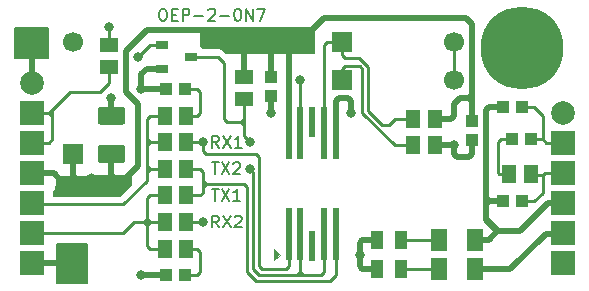
<source format=gbr>
G04 #@! TF.GenerationSoftware,KiCad,Pcbnew,(5.1.2-1)-1*
G04 #@! TF.CreationDate,2021-07-04T20:57:03+03:00*
G04 #@! TF.ProjectId,OEP-2,4f45502d-322e-46b6-9963-61645f706362,rev?*
G04 #@! TF.SameCoordinates,Original*
G04 #@! TF.FileFunction,Copper,L1,Top*
G04 #@! TF.FilePolarity,Positive*
%FSLAX46Y46*%
G04 Gerber Fmt 4.6, Leading zero omitted, Abs format (unit mm)*
G04 Created by KiCad (PCBNEW (5.1.2-1)-1) date 2021-07-04 20:57:03*
%MOMM*%
%LPD*%
G04 APERTURE LIST*
%ADD10C,0.100000*%
%ADD11C,0.200000*%
%ADD12R,1.050000X1.100000*%
%ADD13R,1.100000X1.050000*%
%ADD14C,1.500000*%
%ADD15R,1.700000X1.700000*%
%ADD16C,1.700000*%
%ADD17R,2.000000X2.000000*%
%ADD18C,2.000000*%
%ADD19R,1.000000X0.800000*%
%ADD20R,1.200000X1.500000*%
%ADD21R,1.350000X1.900000*%
%ADD22R,1.500000X1.200000*%
%ADD23R,1.000000X1.500000*%
%ADD24R,0.500000X4.500000*%
%ADD25R,0.500000X2.500000*%
%ADD26C,7.000000*%
%ADD27C,0.800000*%
%ADD28C,0.500000*%
%ADD29C,0.250000*%
G04 APERTURE END LIST*
D10*
G36*
X98500000Y-71500000D02*
G01*
X98000000Y-72000000D01*
X98000000Y-71000000D01*
X98500000Y-71500000D01*
G37*
X98500000Y-71500000D02*
X98000000Y-72000000D01*
X98000000Y-71000000D01*
X98500000Y-71500000D01*
D11*
X93357142Y-69202380D02*
X93023809Y-68726190D01*
X92785714Y-69202380D02*
X92785714Y-68202380D01*
X93166666Y-68202380D01*
X93261904Y-68250000D01*
X93309523Y-68297619D01*
X93357142Y-68392857D01*
X93357142Y-68535714D01*
X93309523Y-68630952D01*
X93261904Y-68678571D01*
X93166666Y-68726190D01*
X92785714Y-68726190D01*
X93690476Y-68202380D02*
X94357142Y-69202380D01*
X94357142Y-68202380D02*
X93690476Y-69202380D01*
X94690476Y-68297619D02*
X94738095Y-68250000D01*
X94833333Y-68202380D01*
X95071428Y-68202380D01*
X95166666Y-68250000D01*
X95214285Y-68297619D01*
X95261904Y-68392857D01*
X95261904Y-68488095D01*
X95214285Y-68630952D01*
X94642857Y-69202380D01*
X95261904Y-69202380D01*
X92761904Y-63702380D02*
X93333333Y-63702380D01*
X93047619Y-64702380D02*
X93047619Y-63702380D01*
X93571428Y-63702380D02*
X94238095Y-64702380D01*
X94238095Y-63702380D02*
X93571428Y-64702380D01*
X94571428Y-63797619D02*
X94619047Y-63750000D01*
X94714285Y-63702380D01*
X94952380Y-63702380D01*
X95047619Y-63750000D01*
X95095238Y-63797619D01*
X95142857Y-63892857D01*
X95142857Y-63988095D01*
X95095238Y-64130952D01*
X94523809Y-64702380D01*
X95142857Y-64702380D01*
X93357142Y-62452380D02*
X93023809Y-61976190D01*
X92785714Y-62452380D02*
X92785714Y-61452380D01*
X93166666Y-61452380D01*
X93261904Y-61500000D01*
X93309523Y-61547619D01*
X93357142Y-61642857D01*
X93357142Y-61785714D01*
X93309523Y-61880952D01*
X93261904Y-61928571D01*
X93166666Y-61976190D01*
X92785714Y-61976190D01*
X93690476Y-61452380D02*
X94357142Y-62452380D01*
X94357142Y-61452380D02*
X93690476Y-62452380D01*
X95261904Y-62452380D02*
X94690476Y-62452380D01*
X94976190Y-62452380D02*
X94976190Y-61452380D01*
X94880952Y-61595238D01*
X94785714Y-61690476D01*
X94690476Y-61738095D01*
X92761904Y-65952380D02*
X93333333Y-65952380D01*
X93047619Y-66952380D02*
X93047619Y-65952380D01*
X93571428Y-65952380D02*
X94238095Y-66952380D01*
X94238095Y-65952380D02*
X93571428Y-66952380D01*
X95142857Y-66952380D02*
X94571428Y-66952380D01*
X94857142Y-66952380D02*
X94857142Y-65952380D01*
X94761904Y-66095238D01*
X94666666Y-66190476D01*
X94571428Y-66238095D01*
X88511904Y-50702380D02*
X88702380Y-50702380D01*
X88797619Y-50750000D01*
X88892857Y-50845238D01*
X88940476Y-51035714D01*
X88940476Y-51369047D01*
X88892857Y-51559523D01*
X88797619Y-51654761D01*
X88702380Y-51702380D01*
X88511904Y-51702380D01*
X88416666Y-51654761D01*
X88321428Y-51559523D01*
X88273809Y-51369047D01*
X88273809Y-51035714D01*
X88321428Y-50845238D01*
X88416666Y-50750000D01*
X88511904Y-50702380D01*
X89369047Y-51178571D02*
X89702380Y-51178571D01*
X89845238Y-51702380D02*
X89369047Y-51702380D01*
X89369047Y-50702380D01*
X89845238Y-50702380D01*
X90273809Y-51702380D02*
X90273809Y-50702380D01*
X90654761Y-50702380D01*
X90750000Y-50750000D01*
X90797619Y-50797619D01*
X90845238Y-50892857D01*
X90845238Y-51035714D01*
X90797619Y-51130952D01*
X90750000Y-51178571D01*
X90654761Y-51226190D01*
X90273809Y-51226190D01*
X91273809Y-51321428D02*
X92035714Y-51321428D01*
X92464285Y-50797619D02*
X92511904Y-50750000D01*
X92607142Y-50702380D01*
X92845238Y-50702380D01*
X92940476Y-50750000D01*
X92988095Y-50797619D01*
X93035714Y-50892857D01*
X93035714Y-50988095D01*
X92988095Y-51130952D01*
X92416666Y-51702380D01*
X93035714Y-51702380D01*
X93464285Y-51321428D02*
X94226190Y-51321428D01*
X94892857Y-50702380D02*
X94988095Y-50702380D01*
X95083333Y-50750000D01*
X95130952Y-50797619D01*
X95178571Y-50892857D01*
X95226190Y-51083333D01*
X95226190Y-51321428D01*
X95178571Y-51511904D01*
X95130952Y-51607142D01*
X95083333Y-51654761D01*
X94988095Y-51702380D01*
X94892857Y-51702380D01*
X94797619Y-51654761D01*
X94750000Y-51607142D01*
X94702380Y-51511904D01*
X94654761Y-51321428D01*
X94654761Y-51083333D01*
X94702380Y-50892857D01*
X94750000Y-50797619D01*
X94797619Y-50750000D01*
X94892857Y-50702380D01*
X95654761Y-51702380D02*
X95654761Y-50702380D01*
X96226190Y-51702380D01*
X96226190Y-50702380D01*
X96607142Y-50702380D02*
X97273809Y-50702380D01*
X96845238Y-51702380D01*
D12*
X114750000Y-60200000D03*
X114750000Y-61800000D03*
D13*
X119000000Y-67000000D03*
X117400000Y-67000000D03*
X119000000Y-59000000D03*
X117400000Y-59000000D03*
X119800000Y-61750000D03*
X118200000Y-61750000D03*
D12*
X97750000Y-56500000D03*
X97750000Y-58100000D03*
D10*
G36*
X85199504Y-59001204D02*
G01*
X85223773Y-59004804D01*
X85247571Y-59010765D01*
X85270671Y-59019030D01*
X85292849Y-59029520D01*
X85313893Y-59042133D01*
X85333598Y-59056747D01*
X85351777Y-59073223D01*
X85368253Y-59091402D01*
X85382867Y-59111107D01*
X85395480Y-59132151D01*
X85405970Y-59154329D01*
X85414235Y-59177429D01*
X85420196Y-59201227D01*
X85423796Y-59225496D01*
X85425000Y-59250000D01*
X85425000Y-60250000D01*
X85423796Y-60274504D01*
X85420196Y-60298773D01*
X85414235Y-60322571D01*
X85405970Y-60345671D01*
X85395480Y-60367849D01*
X85382867Y-60388893D01*
X85368253Y-60408598D01*
X85351777Y-60426777D01*
X85333598Y-60443253D01*
X85313893Y-60457867D01*
X85292849Y-60470480D01*
X85270671Y-60480970D01*
X85247571Y-60489235D01*
X85223773Y-60495196D01*
X85199504Y-60498796D01*
X85175000Y-60500000D01*
X83325000Y-60500000D01*
X83300496Y-60498796D01*
X83276227Y-60495196D01*
X83252429Y-60489235D01*
X83229329Y-60480970D01*
X83207151Y-60470480D01*
X83186107Y-60457867D01*
X83166402Y-60443253D01*
X83148223Y-60426777D01*
X83131747Y-60408598D01*
X83117133Y-60388893D01*
X83104520Y-60367849D01*
X83094030Y-60345671D01*
X83085765Y-60322571D01*
X83079804Y-60298773D01*
X83076204Y-60274504D01*
X83075000Y-60250000D01*
X83075000Y-59250000D01*
X83076204Y-59225496D01*
X83079804Y-59201227D01*
X83085765Y-59177429D01*
X83094030Y-59154329D01*
X83104520Y-59132151D01*
X83117133Y-59111107D01*
X83131747Y-59091402D01*
X83148223Y-59073223D01*
X83166402Y-59056747D01*
X83186107Y-59042133D01*
X83207151Y-59029520D01*
X83229329Y-59019030D01*
X83252429Y-59010765D01*
X83276227Y-59004804D01*
X83300496Y-59001204D01*
X83325000Y-59000000D01*
X85175000Y-59000000D01*
X85199504Y-59001204D01*
X85199504Y-59001204D01*
G37*
D14*
X84250000Y-59750000D03*
D10*
G36*
X85199504Y-62251204D02*
G01*
X85223773Y-62254804D01*
X85247571Y-62260765D01*
X85270671Y-62269030D01*
X85292849Y-62279520D01*
X85313893Y-62292133D01*
X85333598Y-62306747D01*
X85351777Y-62323223D01*
X85368253Y-62341402D01*
X85382867Y-62361107D01*
X85395480Y-62382151D01*
X85405970Y-62404329D01*
X85414235Y-62427429D01*
X85420196Y-62451227D01*
X85423796Y-62475496D01*
X85425000Y-62500000D01*
X85425000Y-63500000D01*
X85423796Y-63524504D01*
X85420196Y-63548773D01*
X85414235Y-63572571D01*
X85405970Y-63595671D01*
X85395480Y-63617849D01*
X85382867Y-63638893D01*
X85368253Y-63658598D01*
X85351777Y-63676777D01*
X85333598Y-63693253D01*
X85313893Y-63707867D01*
X85292849Y-63720480D01*
X85270671Y-63730970D01*
X85247571Y-63739235D01*
X85223773Y-63745196D01*
X85199504Y-63748796D01*
X85175000Y-63750000D01*
X83325000Y-63750000D01*
X83300496Y-63748796D01*
X83276227Y-63745196D01*
X83252429Y-63739235D01*
X83229329Y-63730970D01*
X83207151Y-63720480D01*
X83186107Y-63707867D01*
X83166402Y-63693253D01*
X83148223Y-63676777D01*
X83131747Y-63658598D01*
X83117133Y-63638893D01*
X83104520Y-63617849D01*
X83094030Y-63595671D01*
X83085765Y-63572571D01*
X83079804Y-63548773D01*
X83076204Y-63524504D01*
X83075000Y-63500000D01*
X83075000Y-62500000D01*
X83076204Y-62475496D01*
X83079804Y-62451227D01*
X83085765Y-62427429D01*
X83094030Y-62404329D01*
X83104520Y-62382151D01*
X83117133Y-62361107D01*
X83131747Y-62341402D01*
X83148223Y-62323223D01*
X83166402Y-62306747D01*
X83186107Y-62292133D01*
X83207151Y-62279520D01*
X83229329Y-62269030D01*
X83252429Y-62260765D01*
X83276227Y-62254804D01*
X83300496Y-62251204D01*
X83325000Y-62250000D01*
X85175000Y-62250000D01*
X85199504Y-62251204D01*
X85199504Y-62251204D01*
G37*
D14*
X84250000Y-63000000D03*
D13*
X90500000Y-73250000D03*
X88900000Y-73250000D03*
X90500000Y-57500000D03*
X88900000Y-57500000D03*
D15*
X103750000Y-56750000D03*
D16*
X113250000Y-56750000D03*
D15*
X103750000Y-53500000D03*
D16*
X113250000Y-53500000D03*
D15*
X81000000Y-63000000D03*
D16*
X81000000Y-53500000D03*
D17*
X122500000Y-72200000D03*
X122500000Y-64580000D03*
X122500000Y-69660000D03*
X122500000Y-62040000D03*
X122500000Y-67120000D03*
D18*
X122500000Y-59500000D03*
D17*
X77500000Y-69700000D03*
X77500000Y-62080000D03*
X77500000Y-67160000D03*
X77500000Y-59540000D03*
X77500000Y-64620000D03*
D18*
X77500000Y-57000000D03*
D17*
X77500000Y-72240000D03*
D19*
X91000000Y-54750000D03*
X88500000Y-55750000D03*
X88500000Y-53750000D03*
D20*
X111600000Y-62250000D03*
X109750000Y-62250000D03*
X109750000Y-60000000D03*
X111600000Y-60000000D03*
D21*
X115000000Y-72750000D03*
X112000000Y-72750000D03*
X115000000Y-70250000D03*
X112000000Y-70250000D03*
D20*
X119791853Y-64691852D03*
X117941853Y-64691852D03*
D22*
X95500000Y-58350000D03*
X95500000Y-56500000D03*
X84000000Y-55600000D03*
X84000000Y-53750000D03*
D20*
X88750000Y-71000000D03*
X90600000Y-71000000D03*
X88750000Y-68750000D03*
X90600000Y-68750000D03*
X88750000Y-66500000D03*
X90600000Y-66500000D03*
X88750000Y-64250000D03*
X90600000Y-64250000D03*
X88750000Y-62000000D03*
X90600000Y-62000000D03*
X88750000Y-59750000D03*
X90600000Y-59750000D03*
D23*
X108750000Y-72750000D03*
X106750000Y-72750000D03*
X108750000Y-70250000D03*
X106750000Y-70250000D03*
D24*
X103250000Y-61250000D03*
X102250000Y-61250000D03*
D25*
X101250000Y-60250000D03*
D24*
X100250000Y-61250000D03*
X99250000Y-61250000D03*
X103250000Y-69750000D03*
X102250000Y-69750000D03*
D25*
X101250000Y-70750000D03*
D24*
X100250000Y-69750000D03*
X99250000Y-69750000D03*
D26*
X119000000Y-54000000D03*
D27*
X113250000Y-62250000D03*
X80250000Y-71250000D03*
X80250000Y-73250000D03*
X81500000Y-71250000D03*
X81500000Y-73250000D03*
X76750000Y-54250000D03*
X78250000Y-54250000D03*
X78250000Y-53000000D03*
X76750000Y-53000000D03*
X105250000Y-71500000D03*
X86750000Y-73250000D03*
X86750000Y-57500000D03*
X104500000Y-59500000D03*
X84250000Y-58250000D03*
X97750000Y-59500000D03*
X96000000Y-64250000D03*
X96000000Y-62000000D03*
X100250000Y-56750000D03*
X92000000Y-62000000D03*
X92000000Y-68750000D03*
X84000000Y-52250000D03*
X86500000Y-54750000D03*
D28*
X77490000Y-57000000D02*
X77490001Y-54010000D01*
X111600000Y-62250000D02*
X113250000Y-62250000D01*
X114750000Y-61750000D02*
X114750000Y-62950000D01*
X114750000Y-63000000D02*
X114500000Y-63250000D01*
X114500000Y-63250000D02*
X113500000Y-63250000D01*
X113250000Y-63000000D02*
X113250000Y-62250000D01*
X113500000Y-63250000D02*
X113250000Y-63000000D01*
X77500000Y-72240000D02*
X80490000Y-72240000D01*
X106750000Y-72750000D02*
X105500000Y-72750000D01*
X105500000Y-72750000D02*
X105250000Y-72500000D01*
X105250000Y-72500000D02*
X105250000Y-71500000D01*
X106750000Y-70250000D02*
X105500000Y-70250000D01*
X105250000Y-70500000D02*
X105250000Y-71500000D01*
X105500000Y-70250000D02*
X105250000Y-70500000D01*
X88900000Y-73250000D02*
X86750000Y-73250000D01*
X88900000Y-57500000D02*
X86750000Y-57500000D01*
X103250000Y-61250000D02*
X103250000Y-58500000D01*
X103250000Y-58500000D02*
X103500000Y-58250000D01*
X103500000Y-58250000D02*
X104250000Y-58250000D01*
X104250000Y-58250000D02*
X104500000Y-58500000D01*
X104500000Y-58500000D02*
X104500000Y-59500000D01*
X84250000Y-59750000D02*
X84250000Y-58250000D01*
X88500000Y-55750000D02*
X87250000Y-55750000D01*
X86750000Y-56250000D02*
X86750000Y-57500000D01*
X87250000Y-55750000D02*
X86750000Y-56250000D01*
X97750000Y-58100000D02*
X97750000Y-59500000D01*
X114750000Y-58000000D02*
X114500000Y-58250000D01*
X114750000Y-58250000D02*
X114750000Y-57750000D01*
X114750000Y-58250000D02*
X114500000Y-58250000D01*
X114750000Y-57750000D02*
X114750000Y-58000000D01*
X114750000Y-58750000D02*
X114750000Y-58500000D01*
X114750000Y-58500000D02*
X114500000Y-58250000D01*
X114750000Y-60200000D02*
X114750000Y-58750000D01*
X114750000Y-58750000D02*
X114750000Y-58250000D01*
X77500000Y-64500000D02*
X77500000Y-64750000D01*
X114750000Y-52000000D02*
X114750000Y-57750000D01*
X114250000Y-51500000D02*
X114750000Y-52000000D01*
X89915036Y-52502390D02*
X98747610Y-52502390D01*
X86500000Y-58750000D02*
X85500000Y-57750000D01*
X87252388Y-52502388D02*
X89915034Y-52502388D01*
X85500000Y-54254776D02*
X87252388Y-52502388D01*
X85500000Y-57750000D02*
X85500000Y-55250000D01*
X85500000Y-55250000D02*
X85500000Y-54254776D01*
X99250000Y-53004780D02*
X98747610Y-52502390D01*
X99250000Y-54750000D02*
X99250000Y-53004780D01*
X99250000Y-61250000D02*
X99250000Y-56000000D01*
X99250000Y-56000000D02*
X99250000Y-55250000D01*
X99250000Y-56000000D02*
X99250000Y-54750000D01*
X113750000Y-58250000D02*
X114500000Y-58250000D01*
X113250000Y-58750000D02*
X113750000Y-58250000D01*
X113250000Y-59750000D02*
X113250000Y-58750000D01*
X113000000Y-60000000D02*
X113250000Y-59750000D01*
X111600000Y-60000000D02*
X113000000Y-60000000D01*
X102250000Y-51500000D02*
X101250000Y-52500000D01*
X102250000Y-51500000D02*
X114250000Y-51500000D01*
X97750000Y-56500000D02*
X97750000Y-54000000D01*
X95500000Y-56500000D02*
X95500000Y-54000000D01*
X86500000Y-63000000D02*
X86500000Y-58750000D01*
X81000000Y-63000000D02*
X81000000Y-65250000D01*
X84250000Y-63000000D02*
X84250000Y-65000000D01*
X86500000Y-63250000D02*
X86500000Y-64000000D01*
X86500000Y-63000000D02*
X86500000Y-63250000D01*
X86500000Y-63250000D02*
X86500000Y-63750000D01*
X86500000Y-64000000D02*
X85500000Y-65000000D01*
X77500000Y-64620000D02*
X79370000Y-64620000D01*
X79370000Y-64620000D02*
X80000000Y-65250000D01*
D29*
X104000000Y-54850000D02*
X103750000Y-54600000D01*
X105236410Y-54850000D02*
X104000000Y-54850000D01*
X106000000Y-55613590D02*
X105236410Y-54850000D01*
X103750000Y-54600000D02*
X103750000Y-53500000D01*
X109750000Y-60000000D02*
X108250000Y-60000000D01*
X106000000Y-59363590D02*
X106000000Y-55613590D01*
X107750000Y-60500000D02*
X107136410Y-60500000D01*
X108250000Y-60000000D02*
X107750000Y-60500000D01*
X107136410Y-60500000D02*
X106000000Y-59363590D01*
X121040000Y-62040000D02*
X120750000Y-61750000D01*
X122500000Y-62040000D02*
X121040000Y-62040000D01*
X120750000Y-61750000D02*
X119750000Y-61750000D01*
X120000000Y-59000000D02*
X120750000Y-59750000D01*
X120750000Y-59750000D02*
X120750000Y-61750000D01*
X119000000Y-59000000D02*
X120000000Y-59000000D01*
X102250000Y-53750000D02*
X102500000Y-53500000D01*
X102250000Y-61250000D02*
X102250000Y-53750000D01*
X102500000Y-53500000D02*
X103750000Y-53500000D01*
X102250000Y-69750000D02*
X102250000Y-70500000D01*
X100500000Y-73250000D02*
X102000000Y-73250000D01*
X102000000Y-73250000D02*
X102250000Y-73000000D01*
X100250000Y-72250000D02*
X100250000Y-73000000D01*
X100250000Y-70250000D02*
X100250000Y-72250000D01*
X102250000Y-69750000D02*
X102250000Y-73000000D01*
X100250000Y-73000000D02*
X100500000Y-73250000D01*
X100250000Y-73000000D02*
X100000000Y-73250000D01*
X100000000Y-73250000D02*
X98750000Y-73250000D01*
X98750000Y-73250000D02*
X96750000Y-73250000D01*
X96750000Y-73250000D02*
X96250000Y-72750000D01*
X100000000Y-73250000D02*
X100500000Y-73250000D01*
X96250000Y-72750000D02*
X96250000Y-65000000D01*
X96250000Y-64500000D02*
X96000000Y-64250000D01*
X96250000Y-65000000D02*
X96250000Y-64500000D01*
X91000000Y-54750000D02*
X93250000Y-54750000D01*
X93250000Y-54750000D02*
X93750000Y-55250000D01*
X93750000Y-55250000D02*
X93750000Y-60000000D01*
X93750000Y-60000000D02*
X94000000Y-60250000D01*
X94000000Y-60250000D02*
X95250000Y-60250000D01*
X95250000Y-60250000D02*
X95500000Y-60000000D01*
X95500000Y-60000000D02*
X95500000Y-58500000D01*
X95500000Y-61500000D02*
X96000000Y-62000000D01*
X95500000Y-60500000D02*
X95500000Y-61500000D01*
X95250000Y-60250000D02*
X95500000Y-60500000D01*
X95500000Y-60500000D02*
X95500000Y-60000000D01*
X117091853Y-64691852D02*
X117000000Y-64599999D01*
X117941853Y-64691852D02*
X117091853Y-64691852D01*
X117000000Y-64599999D02*
X117000000Y-62000000D01*
X117000000Y-62000000D02*
X117250000Y-61750000D01*
X117250000Y-61750000D02*
X118000000Y-61750000D01*
D28*
X117400000Y-59000000D02*
X116250000Y-59000000D01*
X116250000Y-59000000D02*
X116000000Y-59250000D01*
X116000000Y-59250000D02*
X116000000Y-66750000D01*
X116000000Y-66250000D02*
X116000000Y-66750000D01*
X116000000Y-66750000D02*
X116250000Y-67000000D01*
X116250000Y-67000000D02*
X117250000Y-67000000D01*
X116250000Y-67000000D02*
X116000000Y-67250000D01*
X116000000Y-66750000D02*
X116000000Y-67250000D01*
X118813186Y-69500000D02*
X121193186Y-67120000D01*
X117000000Y-69500000D02*
X118813186Y-69500000D01*
X121193186Y-67120000D02*
X122500000Y-67120000D01*
X116000000Y-68500000D02*
X117000000Y-69500000D01*
X116925000Y-69500000D02*
X117000000Y-69500000D01*
X116000000Y-68575000D02*
X116925000Y-69500000D01*
X116000000Y-67250000D02*
X116000000Y-67500000D01*
X116000000Y-68000000D02*
X116000000Y-68575000D01*
X116000000Y-68000000D02*
X116000000Y-68500000D01*
X116175000Y-70250000D02*
X116925000Y-69500000D01*
X115000000Y-70250000D02*
X116175000Y-70250000D01*
X116000000Y-67250000D02*
X116000000Y-68000000D01*
D29*
X122500000Y-64580000D02*
X120920000Y-64580000D01*
X120920000Y-64580000D02*
X120750000Y-64750000D01*
X120750000Y-64750000D02*
X119750000Y-64750000D01*
X103750000Y-55750000D02*
X103750000Y-56750000D01*
X104000000Y-55500000D02*
X103750000Y-55750000D01*
X105250000Y-55500000D02*
X104000000Y-55500000D01*
X108250000Y-62250000D02*
X105500000Y-59500000D01*
X105500000Y-55750000D02*
X105250000Y-55500000D01*
X105500000Y-59500000D02*
X105500000Y-55750000D01*
X109750000Y-62250000D02*
X108250000Y-62250000D01*
X100250000Y-61250000D02*
X100250000Y-56750000D01*
X120000000Y-67000000D02*
X119000000Y-67000000D01*
X120750000Y-66250000D02*
X120000000Y-67000000D01*
X120750000Y-65500000D02*
X120750000Y-66250000D01*
X120750000Y-65500000D02*
X120750000Y-64750000D01*
X90600000Y-66500000D02*
X91750000Y-66500000D01*
X91750000Y-66500000D02*
X92000000Y-66250000D01*
X92000000Y-64500000D02*
X91750000Y-64250000D01*
X90600000Y-64250000D02*
X91750000Y-64250000D01*
X92000000Y-65250000D02*
X92250000Y-65500000D01*
X92250000Y-65500000D02*
X92000000Y-65500000D01*
X92000000Y-65500000D02*
X92000000Y-65250000D01*
X92000000Y-65250000D02*
X92000000Y-64500000D01*
X92000000Y-65750000D02*
X92250000Y-65500000D01*
X92000000Y-66000000D02*
X92000000Y-65750000D01*
X92000000Y-66250000D02*
X92000000Y-66000000D01*
X92000000Y-66000000D02*
X92000000Y-65500000D01*
X95750000Y-65750000D02*
X95500000Y-65500000D01*
X95750000Y-73000000D02*
X95750000Y-65750000D01*
X96500000Y-73750000D02*
X95750000Y-73000000D01*
X102750000Y-73750000D02*
X96500000Y-73750000D01*
X95500000Y-65500000D02*
X92250000Y-65500000D01*
X103250000Y-73250000D02*
X102750000Y-73750000D01*
X103250000Y-69750000D02*
X103250000Y-73250000D01*
X92000000Y-62000000D02*
X90750000Y-62000000D01*
X90600000Y-68750000D02*
X92000000Y-68750000D01*
X92000000Y-62750000D02*
X92000000Y-62000000D01*
X96500000Y-63000000D02*
X92250000Y-63000000D01*
X96750000Y-63250000D02*
X96500000Y-63000000D01*
X97000000Y-72750000D02*
X96750000Y-72500000D01*
X92250000Y-63000000D02*
X92000000Y-62750000D01*
X99000000Y-72750000D02*
X97000000Y-72750000D01*
X99250000Y-72500000D02*
X99000000Y-72750000D01*
X96750000Y-72500000D02*
X96750000Y-63250000D01*
X99250000Y-69750000D02*
X99250000Y-72500000D01*
X108750000Y-70250000D02*
X112000000Y-70250000D01*
X112000000Y-72750000D02*
X108750000Y-72750000D01*
X88750000Y-59750000D02*
X87500000Y-59750000D01*
X87500000Y-59750000D02*
X87250000Y-60000000D01*
X87250000Y-60000000D02*
X87250000Y-61750000D01*
X87250000Y-61750000D02*
X87500000Y-62000000D01*
X87500000Y-62000000D02*
X88750000Y-62000000D01*
X87500000Y-62000000D02*
X87250000Y-62250000D01*
X87250000Y-62250000D02*
X87250000Y-62750000D01*
X87250000Y-62750000D02*
X87250000Y-64000000D01*
X87250000Y-64000000D02*
X87500000Y-64250000D01*
X87500000Y-64250000D02*
X88750000Y-64250000D01*
X87250000Y-61750000D02*
X87250000Y-62250000D01*
X87250000Y-64000000D02*
X87250000Y-64500000D01*
X87500000Y-64250000D02*
X87250000Y-64500000D01*
X81750000Y-67250000D02*
X85250000Y-67250000D01*
X81750000Y-67250000D02*
X77500000Y-67250000D01*
X87250000Y-65250000D02*
X87250000Y-64500000D01*
X85250000Y-67250000D02*
X87250000Y-65250000D01*
X90500000Y-57500000D02*
X91300000Y-57500000D01*
X91300000Y-57500000D02*
X91500000Y-57500000D01*
X91500000Y-57500000D02*
X91750000Y-57750000D01*
X91750000Y-57750000D02*
X91750000Y-59500000D01*
X91750000Y-59500000D02*
X91500000Y-59750000D01*
X91500000Y-59750000D02*
X90750000Y-59750000D01*
X88750000Y-66500000D02*
X87500000Y-66500000D01*
X87500000Y-66500000D02*
X87250000Y-66750000D01*
X87250000Y-68500000D02*
X87500000Y-68750000D01*
X87500000Y-68750000D02*
X88750000Y-68750000D01*
X87500000Y-68750000D02*
X87250000Y-69000000D01*
X87250000Y-69000000D02*
X87250000Y-70000000D01*
X87250000Y-70000000D02*
X87250000Y-70750000D01*
X87250000Y-70750000D02*
X87500000Y-71000000D01*
X87500000Y-71000000D02*
X88750000Y-71000000D01*
X87250000Y-68000000D02*
X87250000Y-68500000D01*
X87250000Y-66750000D02*
X87250000Y-67250000D01*
X87250000Y-67250000D02*
X87250000Y-67400000D01*
X87250000Y-67250000D02*
X87250000Y-68000000D01*
X86150000Y-68750000D02*
X85200000Y-69700000D01*
X77500000Y-69700000D02*
X85200000Y-69700000D01*
X87250000Y-68500000D02*
X87250000Y-68750000D01*
X87250000Y-68750000D02*
X87250000Y-69000000D01*
X87250000Y-68500000D02*
X87000000Y-68750000D01*
X87000000Y-68750000D02*
X86150000Y-68750000D01*
X87250000Y-68750000D02*
X87000000Y-68750000D01*
X87250000Y-69000000D02*
X87000000Y-68750000D01*
X91750000Y-71250000D02*
X91500000Y-71000000D01*
X91500000Y-71000000D02*
X90750000Y-71000000D01*
X91750000Y-73000000D02*
X91750000Y-71250000D01*
X91500000Y-73250000D02*
X91750000Y-73000000D01*
X90500000Y-73250000D02*
X91500000Y-73250000D01*
X78960000Y-59540000D02*
X77500000Y-59540000D01*
X79250000Y-59830000D02*
X78960000Y-59540000D01*
X79250000Y-61750000D02*
X79250000Y-59830000D01*
X78920000Y-62080000D02*
X79250000Y-61750000D01*
X77500000Y-62080000D02*
X78920000Y-62080000D01*
X79250000Y-59830000D02*
X79250000Y-59250000D01*
X79250000Y-59250000D02*
X78960000Y-59540000D01*
X84000000Y-57000000D02*
X84000000Y-56450000D01*
X83250000Y-57750000D02*
X84000000Y-57000000D01*
X80750000Y-57750000D02*
X83250000Y-57750000D01*
X84000000Y-56450000D02*
X84000000Y-55600000D01*
X79250000Y-59250000D02*
X80750000Y-57750000D01*
X87500000Y-53750000D02*
X86500000Y-54750000D01*
X88500000Y-53750000D02*
X87500000Y-53750000D01*
X84000000Y-53750000D02*
X84000000Y-52250000D01*
D28*
X121000000Y-69750000D02*
X122500000Y-69750000D01*
X118000000Y-72750000D02*
X121000000Y-69750000D01*
X115000000Y-72750000D02*
X118000000Y-72750000D01*
D29*
X113250000Y-53500000D02*
X113250000Y-56750000D01*
D11*
G36*
X82150000Y-73900000D02*
G01*
X79600000Y-73900000D01*
X79600000Y-73294036D01*
X79605322Y-73240000D01*
X79600000Y-72540000D01*
X79600000Y-71940000D01*
X79605322Y-71240000D01*
X79600000Y-71185964D01*
X79600000Y-70600000D01*
X82150000Y-70600000D01*
X82150000Y-73900000D01*
X82150000Y-73900000D01*
G37*
X82150000Y-73900000D02*
X79600000Y-73900000D01*
X79600000Y-73294036D01*
X79605322Y-73240000D01*
X79600000Y-72540000D01*
X79600000Y-71940000D01*
X79605322Y-71240000D01*
X79600000Y-71185964D01*
X79600000Y-70600000D01*
X82150000Y-70600000D01*
X82150000Y-73900000D01*
G36*
X78900001Y-52350002D02*
G01*
X78900000Y-54900001D01*
X77632057Y-54900001D01*
X77557858Y-54890632D01*
X77425665Y-54900000D01*
X76100000Y-54900000D01*
X76100001Y-52349999D01*
X78900001Y-52350002D01*
X78900001Y-52350002D01*
G37*
X78900001Y-52350002D02*
X78900000Y-54900001D01*
X77632057Y-54900001D01*
X77557858Y-54890632D01*
X77425665Y-54900000D01*
X76100000Y-54900000D01*
X76100001Y-52349999D01*
X78900001Y-52350002D01*
G36*
X101400000Y-54400000D02*
G01*
X93925304Y-54400000D01*
X93787832Y-54262528D01*
X93765132Y-54234868D01*
X93654737Y-54144269D01*
X93528788Y-54076947D01*
X93392125Y-54035491D01*
X93285607Y-54025000D01*
X93285597Y-54025000D01*
X93250000Y-54021494D01*
X93214403Y-54025000D01*
X92006617Y-54025000D01*
X92001296Y-54015045D01*
X91926317Y-53923683D01*
X91850000Y-53861051D01*
X91850000Y-52780000D01*
X98116667Y-52780000D01*
X98116667Y-52350000D01*
X101400000Y-52350000D01*
X101400000Y-54400000D01*
X101400000Y-54400000D01*
G37*
X101400000Y-54400000D02*
X93925304Y-54400000D01*
X93787832Y-54262528D01*
X93765132Y-54234868D01*
X93654737Y-54144269D01*
X93528788Y-54076947D01*
X93392125Y-54035491D01*
X93285607Y-54025000D01*
X93285597Y-54025000D01*
X93250000Y-54021494D01*
X93214403Y-54025000D01*
X92006617Y-54025000D01*
X92001296Y-54015045D01*
X91926317Y-53923683D01*
X91850000Y-53861051D01*
X91850000Y-52780000D01*
X98116667Y-52780000D01*
X98116667Y-52350000D01*
X101400000Y-52350000D01*
X101400000Y-54400000D01*
G36*
X81025000Y-64675000D02*
G01*
X81300000Y-64950000D01*
X81850000Y-64955322D01*
X82065638Y-64934084D01*
X82272988Y-64871184D01*
X82464084Y-64769042D01*
X82536625Y-64709509D01*
X82652012Y-64771184D01*
X82859362Y-64834084D01*
X83075000Y-64855322D01*
X83950000Y-64850000D01*
X84225000Y-64575000D01*
X84225000Y-64350000D01*
X84275000Y-64350000D01*
X84275000Y-64575000D01*
X84550000Y-64850000D01*
X85425000Y-64855322D01*
X85640638Y-64834084D01*
X85847988Y-64771184D01*
X85900000Y-64743383D01*
X85900000Y-65574695D01*
X84949696Y-66525000D01*
X79350000Y-66525000D01*
X79350000Y-66318212D01*
X79419042Y-66234084D01*
X79521184Y-66042988D01*
X79584084Y-65835638D01*
X79605322Y-65620000D01*
X79600000Y-64920000D01*
X79350000Y-64670000D01*
X79350000Y-64645002D01*
X79384773Y-64645002D01*
X79535916Y-64769042D01*
X79727012Y-64871184D01*
X79934362Y-64934084D01*
X80150000Y-64955322D01*
X80700000Y-64950000D01*
X80975000Y-64675000D01*
X80975000Y-64350000D01*
X81025000Y-64350000D01*
X81025000Y-64675000D01*
X81025000Y-64675000D01*
G37*
X81025000Y-64675000D02*
X81300000Y-64950000D01*
X81850000Y-64955322D01*
X82065638Y-64934084D01*
X82272988Y-64871184D01*
X82464084Y-64769042D01*
X82536625Y-64709509D01*
X82652012Y-64771184D01*
X82859362Y-64834084D01*
X83075000Y-64855322D01*
X83950000Y-64850000D01*
X84225000Y-64575000D01*
X84225000Y-64350000D01*
X84275000Y-64350000D01*
X84275000Y-64575000D01*
X84550000Y-64850000D01*
X85425000Y-64855322D01*
X85640638Y-64834084D01*
X85847988Y-64771184D01*
X85900000Y-64743383D01*
X85900000Y-65574695D01*
X84949696Y-66525000D01*
X79350000Y-66525000D01*
X79350000Y-66318212D01*
X79419042Y-66234084D01*
X79521184Y-66042988D01*
X79584084Y-65835638D01*
X79605322Y-65620000D01*
X79600000Y-64920000D01*
X79350000Y-64670000D01*
X79350000Y-64645002D01*
X79384773Y-64645002D01*
X79535916Y-64769042D01*
X79727012Y-64871184D01*
X79934362Y-64934084D01*
X80150000Y-64955322D01*
X80700000Y-64950000D01*
X80975000Y-64675000D01*
X80975000Y-64350000D01*
X81025000Y-64350000D01*
X81025000Y-64675000D01*
M02*

</source>
